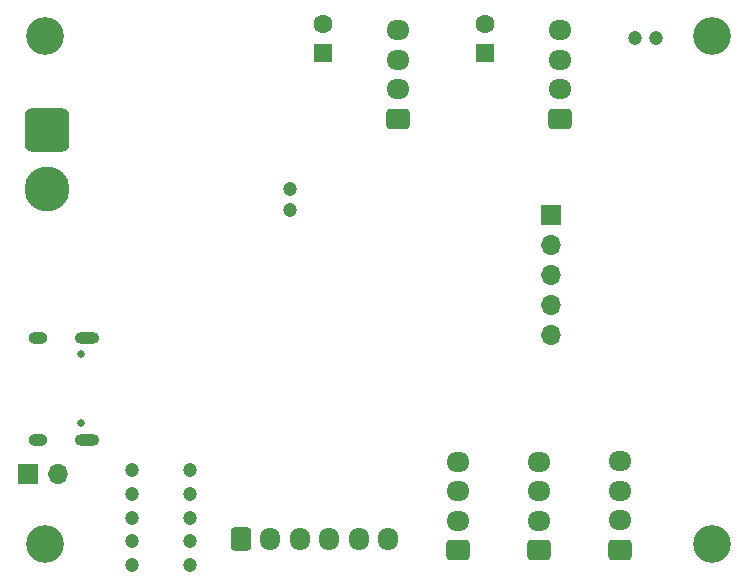
<source format=gbr>
%TF.GenerationSoftware,KiCad,Pcbnew,8.0.7*%
%TF.CreationDate,2025-02-05T20:20:22+09:00*%
%TF.ProjectId,GN10Mainboard,474e3130-4d61-4696-9e62-6f6172642e6b,rev?*%
%TF.SameCoordinates,Original*%
%TF.FileFunction,Soldermask,Bot*%
%TF.FilePolarity,Negative*%
%FSLAX46Y46*%
G04 Gerber Fmt 4.6, Leading zero omitted, Abs format (unit mm)*
G04 Created by KiCad (PCBNEW 8.0.7) date 2025-02-05 20:20:22*
%MOMM*%
%LPD*%
G01*
G04 APERTURE LIST*
G04 Aperture macros list*
%AMRoundRect*
0 Rectangle with rounded corners*
0 $1 Rounding radius*
0 $2 $3 $4 $5 $6 $7 $8 $9 X,Y pos of 4 corners*
0 Add a 4 corners polygon primitive as box body*
4,1,4,$2,$3,$4,$5,$6,$7,$8,$9,$2,$3,0*
0 Add four circle primitives for the rounded corners*
1,1,$1+$1,$2,$3*
1,1,$1+$1,$4,$5*
1,1,$1+$1,$6,$7*
1,1,$1+$1,$8,$9*
0 Add four rect primitives between the rounded corners*
20,1,$1+$1,$2,$3,$4,$5,0*
20,1,$1+$1,$4,$5,$6,$7,0*
20,1,$1+$1,$6,$7,$8,$9,0*
20,1,$1+$1,$8,$9,$2,$3,0*%
G04 Aperture macros list end*
%ADD10RoundRect,0.250000X0.725000X-0.600000X0.725000X0.600000X-0.725000X0.600000X-0.725000X-0.600000X0*%
%ADD11O,1.950000X1.700000*%
%ADD12C,3.200000*%
%ADD13R,1.600000X1.600000*%
%ADD14C,1.600000*%
%ADD15C,1.200000*%
%ADD16R,1.700000X1.700000*%
%ADD17O,1.700000X1.700000*%
%ADD18C,0.650000*%
%ADD19O,2.100000X1.000000*%
%ADD20O,1.600000X1.000000*%
%ADD21RoundRect,0.760000X-1.140000X1.140000X-1.140000X-1.140000X1.140000X-1.140000X1.140000X1.140000X0*%
%ADD22C,3.800000*%
%ADD23RoundRect,0.250000X-0.600000X-0.725000X0.600000X-0.725000X0.600000X0.725000X-0.600000X0.725000X0*%
%ADD24O,1.700000X1.950000*%
G04 APERTURE END LIST*
D10*
%TO.C,J8*%
X182180000Y-147019000D03*
D11*
X182180000Y-144519000D03*
X182180000Y-142019000D03*
X182180000Y-139519000D03*
%TD*%
D12*
%TO.C,REF\u002A\u002A*%
X133500000Y-103500000D03*
%TD*%
D13*
%TO.C,C29*%
X157051000Y-104954380D03*
D14*
X157051000Y-102454380D03*
%TD*%
D15*
%TO.C,SW3*%
X185245000Y-103645000D03*
X183445000Y-103645000D03*
%TD*%
D10*
%TO.C,J5*%
X177100000Y-110510000D03*
D11*
X177100000Y-108010000D03*
X177100000Y-105510000D03*
X177100000Y-103010000D03*
%TD*%
D16*
%TO.C,J10*%
X176403000Y-118618000D03*
D17*
X176403000Y-121158000D03*
X176403000Y-123698000D03*
X176403000Y-126238000D03*
X176403000Y-128778000D03*
%TD*%
D16*
%TO.C,J2*%
X132075000Y-140589000D03*
D17*
X134615000Y-140589000D03*
%TD*%
D18*
%TO.C,J3*%
X136585000Y-130460000D03*
X136585000Y-136240000D03*
D19*
X137115000Y-129030000D03*
D20*
X132935000Y-129030000D03*
D19*
X137115000Y-137670000D03*
D20*
X132935000Y-137670000D03*
%TD*%
D13*
%TO.C,C32*%
X170767000Y-104954380D03*
D14*
X170767000Y-102454380D03*
%TD*%
D10*
%TO.C,J4*%
X163401000Y-110510000D03*
D11*
X163401000Y-108010000D03*
X163401000Y-105510000D03*
X163401000Y-103010000D03*
%TD*%
D15*
%TO.C,SW1*%
X154257000Y-118250000D03*
X154257000Y-116450000D03*
%TD*%
%TO.C,U5*%
X140895000Y-140285000D03*
X140895000Y-142285000D03*
X140895000Y-144285000D03*
X140895000Y-146285000D03*
X140895000Y-148285000D03*
X145775000Y-148285000D03*
X145775000Y-146285000D03*
X145775000Y-144285000D03*
X145775000Y-142285000D03*
X145775000Y-140285000D03*
%TD*%
D12*
%TO.C,REF\u002A\u002A*%
X190000000Y-146500000D03*
%TD*%
D21*
%TO.C,J1*%
X133683000Y-111432000D03*
D22*
X133683000Y-116432000D03*
%TD*%
D12*
%TO.C,REF\u002A\u002A*%
X190000000Y-103500000D03*
%TD*%
%TO.C,REF\u002A\u002A*%
X133500000Y-146500000D03*
%TD*%
D10*
%TO.C,J6*%
X168481000Y-147039000D03*
D11*
X168481000Y-144539000D03*
X168481000Y-142039000D03*
X168481000Y-139539000D03*
%TD*%
D10*
%TO.C,J7*%
X175339000Y-147039000D03*
D11*
X175339000Y-144539000D03*
X175339000Y-142039000D03*
X175339000Y-139539000D03*
%TD*%
D23*
%TO.C,J9*%
X150106000Y-146063000D03*
D24*
X152606000Y-146063000D03*
X155106000Y-146063000D03*
X157606000Y-146063000D03*
X160106000Y-146063000D03*
X162606000Y-146063000D03*
%TD*%
M02*

</source>
